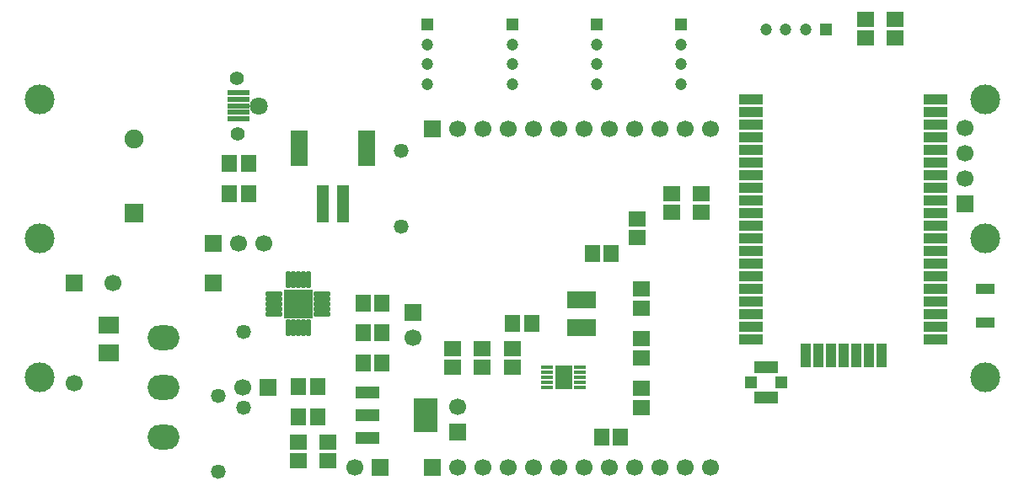
<source format=gbr>
G04 DipTrace 3.1.0.0*
G04 TopMask.gbr*
%MOIN*%
G04 #@! TF.FileFunction,Soldermask,Top*
G04 #@! TF.Part,Single*
%ADD32R,0.066929X0.066929*%
%ADD33C,0.066929*%
%ADD66C,0.11811*%
%ADD70C,0.047244*%
%ADD75R,0.096457X0.051181*%
%ADD77R,0.051181X0.049213*%
%ADD79R,0.043307X0.097402*%
%ADD81R,0.097402X0.043307*%
%ADD83R,0.06811X0.094488*%
%ADD85R,0.051181X0.017638*%
%ADD87R,0.09252X0.135827*%
%ADD89R,0.09252X0.045276*%
%ADD91R,0.113386X0.113386*%
%ADD93O,0.070866X0.019685*%
%ADD95O,0.019685X0.070866*%
%ADD97R,0.074803X0.03937*%
%ADD99C,0.057874*%
%ADD101C,0.057874*%
%ADD103R,0.047244X0.047244*%
%ADD105C,0.070866*%
%ADD106C,0.055118*%
%ADD108R,0.086614X0.023622*%
%ADD110R,0.066929X0.141732*%
%ADD112R,0.047244X0.145669*%
%ADD114R,0.07874X0.070866*%
%ADD118R,0.059055X0.066929*%
%ADD120R,0.114173X0.070866*%
%ADD122C,0.074803*%
%ADD123R,0.074803X0.074803*%
%ADD124R,0.066929X0.059055*%
%ADD130O,0.125984X0.098425*%
%FSLAX26Y26*%
G04*
G70*
G90*
G75*
G01*
G04 TopMask*
%LPD*%
D130*
X984252Y984252D3*
Y787402D3*
Y590551D3*
D123*
X866142Y1476378D3*
D122*
Y1771654D3*
D124*
X1633858Y570866D3*
Y496063D3*
X1515748Y570866D3*
Y496063D3*
X2125984Y866142D3*
Y940945D3*
X2244094Y866142D3*
Y940945D3*
X2362205Y866142D3*
Y940945D3*
D120*
X2637795Y1023622D3*
Y1133858D3*
D118*
X2438976Y1041339D3*
X2364173D3*
X2753937Y1316929D3*
X2679134D3*
D124*
X2856299Y1379921D3*
Y1454724D3*
D118*
X1318898Y1555118D3*
X1244094D3*
X1318898Y1673228D3*
X1244094D3*
D32*
X1181102Y1200787D3*
D33*
X783465D3*
D32*
X629921D3*
D33*
Y803150D3*
D124*
X3877953Y2244094D3*
Y2169291D3*
X3759843Y2244094D3*
Y2169291D3*
D118*
X1771654Y1122047D3*
X1846457D3*
X1771654Y1003937D3*
X1846457D3*
X1771654Y885827D3*
X1846457D3*
D114*
X767717Y925197D3*
Y1035433D3*
D66*
X492126Y1377953D3*
X4232283D3*
Y1929134D3*
Y826772D3*
X492126Y1929134D3*
Y826772D3*
D32*
X1968504Y1084252D3*
D33*
Y984252D3*
D112*
X1692913Y1515748D3*
X1614173D3*
D110*
X1785362Y1734142D3*
X1521583D3*
D32*
X1181102Y1358268D3*
D33*
X1281102D3*
X1381102D3*
D108*
X1279528Y1850394D3*
Y1875984D3*
Y1901575D3*
Y1927165D3*
Y1952756D3*
D106*
X1275984Y1791339D3*
X1274409Y2011811D3*
D105*
X1360630Y1901575D3*
D32*
X2145669Y610236D3*
D33*
Y710236D3*
D32*
X1397638Y787402D3*
D33*
X1297638D3*
D32*
X1841339Y472441D3*
D33*
X1741339D3*
D32*
X4153543Y1515748D3*
D33*
Y1615748D3*
Y1715748D3*
Y1815748D3*
D32*
X2047244Y472441D3*
D33*
X2147244D3*
X2247244D3*
X2347244D3*
X2447244D3*
X2547244D3*
X2647244D3*
X2747244D3*
X2847244D3*
X2947244D3*
X3047244D3*
X3147244D3*
D32*
X2047244Y1811024D3*
D33*
X2147244D3*
X2247244D3*
X2347244D3*
X2447244D3*
X2547244D3*
X2647244D3*
X2747244D3*
X2847244D3*
X2947244D3*
X3047244D3*
X3147244D3*
D101*
X1299213Y708661D3*
D99*
Y1008661D3*
D101*
X1200787Y452756D3*
D99*
Y752756D3*
D118*
X1517717Y671260D3*
X1592520D3*
X1517717Y789370D3*
X1592520D3*
D124*
X2874016Y708661D3*
Y783465D3*
Y905512D3*
Y980315D3*
Y1102362D3*
Y1177165D3*
X3110236Y1555118D3*
Y1480315D3*
X2992126Y1555118D3*
Y1480315D3*
D118*
X2716535Y590551D3*
X2791339D3*
D97*
X4232283Y1043307D3*
Y1177165D3*
D101*
X1921654Y1424803D3*
D99*
Y1724803D3*
D95*
X1476378Y1023622D3*
X1496063D3*
X1515748D3*
X1535433D3*
X1555118D3*
D93*
X1610236Y1078740D3*
Y1098425D3*
Y1118110D3*
Y1137795D3*
Y1157480D3*
D95*
X1555118Y1212598D3*
X1535433D3*
X1515748D3*
X1496063D3*
X1476378D3*
D93*
X1421260Y1157480D3*
Y1137795D3*
Y1118110D3*
Y1098425D3*
Y1078740D3*
D91*
X1515354Y1118092D3*
D89*
X1791339Y767717D3*
Y677165D3*
Y586614D3*
D87*
X2019685Y677165D3*
D85*
X2500000Y866142D3*
Y846457D3*
Y826772D3*
Y807087D3*
Y787402D3*
X2629921D3*
Y807087D3*
Y826772D3*
Y846457D3*
Y866142D3*
D83*
X2564961Y826772D3*
D70*
X2027559Y1988189D3*
Y2066929D3*
Y2145669D3*
D103*
Y2224409D3*
D70*
X2362205Y1988189D3*
Y2066929D3*
Y2145669D3*
D103*
Y2224409D3*
D70*
X2696850Y1988189D3*
Y2066929D3*
Y2145669D3*
D103*
Y2224409D3*
D70*
X3031496Y1988189D3*
Y2066929D3*
Y2145669D3*
D103*
Y2224409D3*
D70*
X3366142Y2204724D3*
X3444882D3*
X3523622D3*
D103*
X3602362D3*
D81*
X3307087Y1929134D3*
Y1879134D3*
Y1829134D3*
Y1779134D3*
Y1729134D3*
Y1679134D3*
Y1629134D3*
Y1579134D3*
Y1529134D3*
Y1479134D3*
Y1429134D3*
Y1379134D3*
Y1329134D3*
Y1279134D3*
Y1229134D3*
Y1179134D3*
Y1129134D3*
Y1079134D3*
Y1029134D3*
Y979134D3*
D79*
X3521850Y914370D3*
X3571850D3*
X3621850D3*
X3671850D3*
X3721850D3*
X3771850D3*
X3821850D3*
D81*
X4036614Y979134D3*
Y1029134D3*
Y1079134D3*
Y1129134D3*
Y1179134D3*
Y1229134D3*
Y1279134D3*
Y1329134D3*
Y1379134D3*
Y1429134D3*
Y1479134D3*
Y1529134D3*
Y1579134D3*
Y1629134D3*
Y1679134D3*
Y1729134D3*
Y1779134D3*
Y1829134D3*
Y1879134D3*
Y1929134D3*
D77*
X3425197Y807087D3*
X3307087D3*
D75*
X3366142Y866142D3*
Y748031D3*
M02*

</source>
